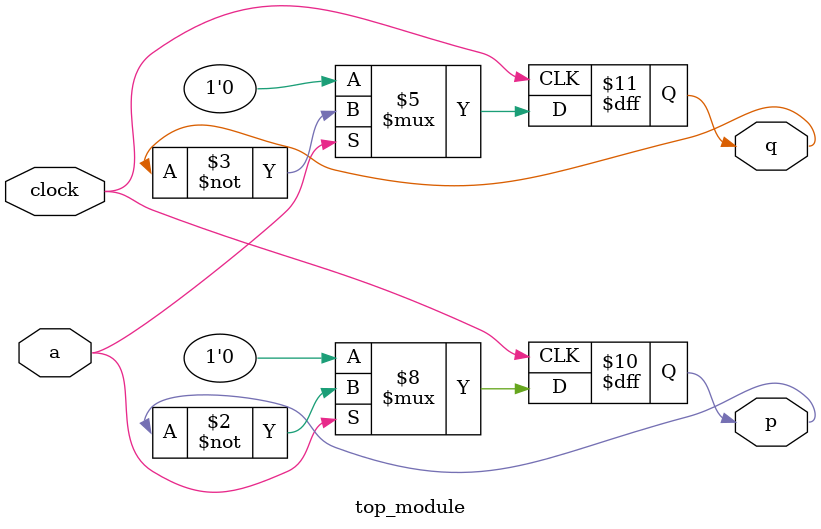
<source format=sv>
module top_module (
  input wire clock,
  input wire a,
  output reg p,
  output reg q
);

  always @(posedge clock) begin
    if (a) begin
      p <= ~p;
      q <= ~q;
    end
    else begin
      p <= 0;
      q <= 0;
    end
  end

endmodule

</source>
